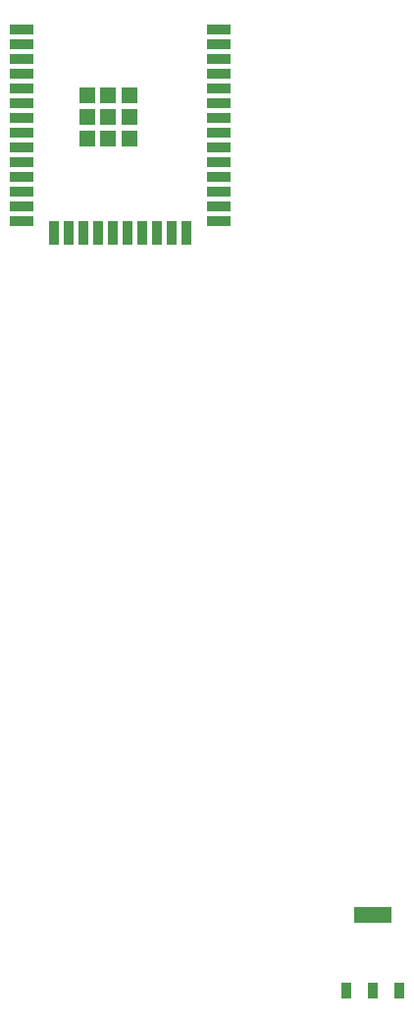
<source format=gbr>
%TF.GenerationSoftware,KiCad,Pcbnew,(6.0.5)*%
%TF.CreationDate,2023-07-29T02:07:02+09:00*%
%TF.ProjectId,LV_PCB,4c565f50-4342-42e6-9b69-6361645f7063,rev?*%
%TF.SameCoordinates,Original*%
%TF.FileFunction,Paste,Top*%
%TF.FilePolarity,Positive*%
%FSLAX46Y46*%
G04 Gerber Fmt 4.6, Leading zero omitted, Abs format (unit mm)*
G04 Created by KiCad (PCBNEW (6.0.5)) date 2023-07-29 02:07:02*
%MOMM*%
%LPD*%
G01*
G04 APERTURE LIST*
%ADD10R,0.889000X1.473200*%
%ADD11R,3.200400X1.473200*%
%ADD12R,2.000000X0.900000*%
%ADD13R,0.900000X2.000000*%
%ADD14R,1.330000X1.330000*%
G04 APERTURE END LIST*
D10*
%TO.C,U4*%
X249632000Y68237100D03*
X251922000Y68237100D03*
X254212000Y68237100D03*
D11*
X251922000Y74764900D03*
%TD*%
D12*
%TO.C,U11*%
X221624000Y151056000D03*
X221624000Y149786000D03*
X221624000Y148516000D03*
X221624000Y147246000D03*
X221624000Y145976000D03*
X221624000Y144706000D03*
X221624000Y143436000D03*
X221624000Y142166000D03*
X221624000Y140896000D03*
X221624000Y139626000D03*
X221624000Y138356000D03*
X221624000Y137086000D03*
X221624000Y135816000D03*
X221624000Y134546000D03*
D13*
X224409000Y133546000D03*
X225679000Y133546000D03*
X226949000Y133546000D03*
X228219000Y133546000D03*
X229489000Y133546000D03*
X230759000Y133546000D03*
X232029000Y133546000D03*
X233299000Y133546000D03*
X234569000Y133546000D03*
X235839000Y133546000D03*
D12*
X238624000Y134546000D03*
X238624000Y135816000D03*
X238624000Y137086000D03*
X238624000Y138356000D03*
X238624000Y139626000D03*
X238624000Y140896000D03*
X238624000Y142166000D03*
X238624000Y143436000D03*
X238624000Y144706000D03*
X238624000Y145976000D03*
X238624000Y147246000D03*
X238624000Y148516000D03*
X238624000Y149786000D03*
X238624000Y151056000D03*
D14*
X227289000Y145391000D03*
X229124000Y145391000D03*
X230959000Y145391000D03*
X227289000Y143556000D03*
X229124000Y143556000D03*
X230959000Y143556000D03*
X227289000Y141721000D03*
X229124000Y141721000D03*
X230959000Y141721000D03*
%TD*%
M02*

</source>
